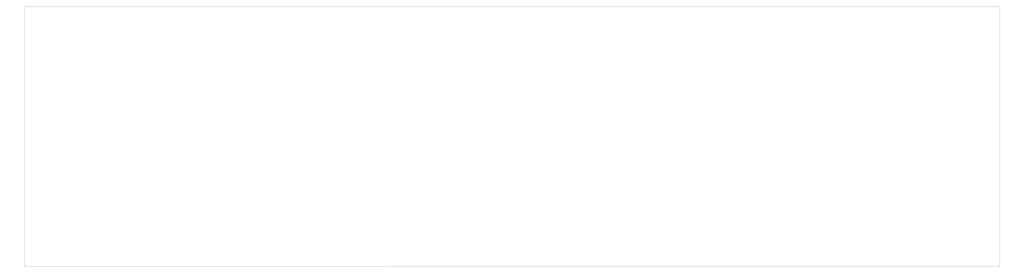
<source format=gm1>
G04 #@! TF.GenerationSoftware,KiCad,Pcbnew,(5.1.10-1-10_14)*
G04 #@! TF.CreationDate,2021-11-04T03:32:05+08:00*
G04 #@! TF.ProjectId,traintracker,74726169-6e74-4726-9163-6b65722e6b69,rev?*
G04 #@! TF.SameCoordinates,Original*
G04 #@! TF.FileFunction,Profile,NP*
%FSLAX46Y46*%
G04 Gerber Fmt 4.6, Leading zero omitted, Abs format (unit mm)*
G04 Created by KiCad (PCBNEW (5.1.10-1-10_14)) date 2021-11-04 03:32:05*
%MOMM*%
%LPD*%
G01*
G04 APERTURE LIST*
G04 #@! TA.AperFunction,Profile*
%ADD10C,0.050000*%
G04 #@! TD*
G04 APERTURE END LIST*
D10*
X500000000Y-159860000D02*
X497840000Y-159860000D01*
X500000000Y-157640000D02*
X500000000Y-159860000D01*
X383540000Y-159860000D02*
X497840000Y-159860000D01*
X500000000Y-40000000D02*
X500000000Y-157640000D01*
X50000000Y-60000000D02*
X50000000Y-40000000D01*
X350000000Y-40000000D02*
X500000000Y-40000000D01*
X50000000Y-160000000D02*
X50000000Y-60000000D01*
X383540000Y-159860000D02*
X50000000Y-160000000D01*
X50000000Y-40000000D02*
X350000000Y-40000000D01*
M02*

</source>
